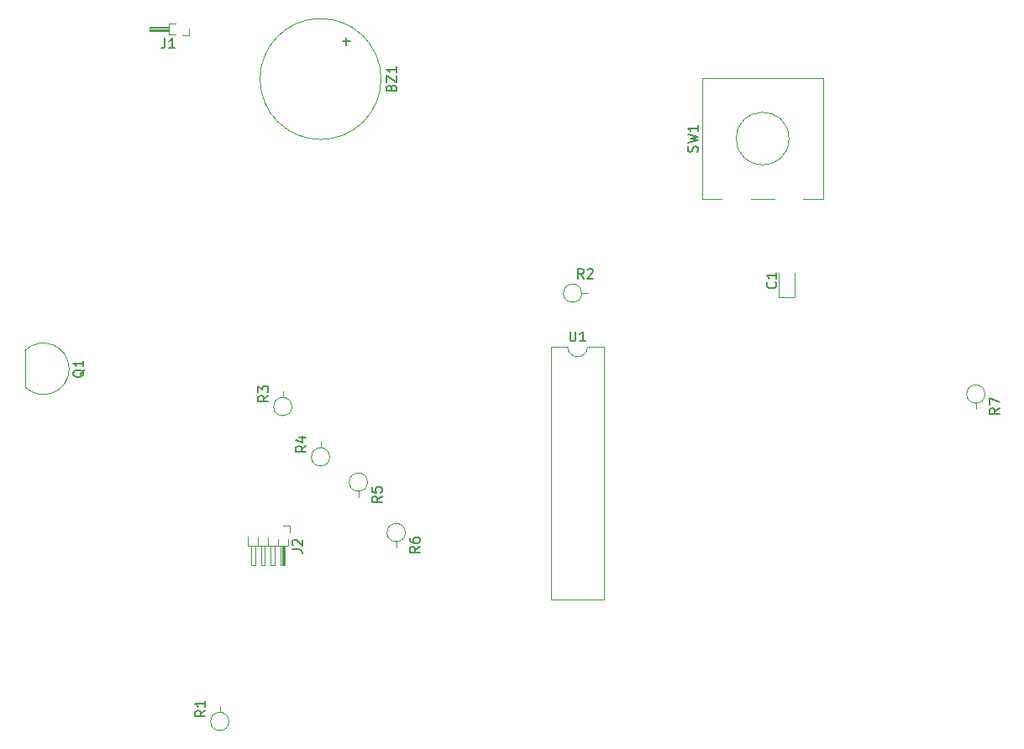
<source format=gbr>
%TF.GenerationSoftware,KiCad,Pcbnew,(5.1.12)-1*%
%TF.CreationDate,2022-11-24T21:41:11-03:00*%
%TF.ProjectId,LED_tree,4c45445f-7472-4656-952e-6b696361645f,rev?*%
%TF.SameCoordinates,Original*%
%TF.FileFunction,Legend,Top*%
%TF.FilePolarity,Positive*%
%FSLAX46Y46*%
G04 Gerber Fmt 4.6, Leading zero omitted, Abs format (unit mm)*
G04 Created by KiCad (PCBNEW (5.1.12)-1) date 2022-11-24 21:41:11*
%MOMM*%
%LPD*%
G01*
G04 APERTURE LIST*
%ADD10C,0.120000*%
%ADD11C,0.150000*%
G04 APERTURE END LIST*
D10*
%TO.C,SW1*%
X146240000Y-48930000D02*
X148620000Y-48930000D01*
X153530000Y-48930000D02*
X151540000Y-48930000D01*
X153530000Y-36730000D02*
X153530000Y-48930000D01*
X141330000Y-36730000D02*
X153530000Y-36730000D01*
X141330000Y-48930000D02*
X141330000Y-36730000D01*
X143320000Y-48930000D02*
X141330000Y-48930000D01*
X150080000Y-42830000D02*
G75*
G03*
X150080000Y-42830000I-2650000J0D01*
G01*
%TO.C,J2*%
X99745000Y-81865000D02*
X99745000Y-82550000D01*
X99060000Y-81865000D02*
X99745000Y-81865000D01*
X95850000Y-85860000D02*
X95850000Y-83860000D01*
X96270000Y-85860000D02*
X95850000Y-85860000D01*
X96270000Y-83860000D02*
X96270000Y-85860000D01*
X96560000Y-83018215D02*
X96560000Y-83860000D01*
X96850000Y-85860000D02*
X96850000Y-83860000D01*
X97270000Y-85860000D02*
X96850000Y-85860000D01*
X97270000Y-83860000D02*
X97270000Y-85860000D01*
X97560000Y-83018215D02*
X97560000Y-83860000D01*
X97850000Y-85860000D02*
X97850000Y-83860000D01*
X98270000Y-85860000D02*
X97850000Y-85860000D01*
X98270000Y-83860000D02*
X98270000Y-85860000D01*
X98560000Y-83235000D02*
X98560000Y-83860000D01*
X98970000Y-83860000D02*
X98970000Y-85860000D01*
X99090000Y-83860000D02*
X99090000Y-85860000D01*
X99210000Y-83860000D02*
X99210000Y-85860000D01*
X98850000Y-85860000D02*
X98850000Y-83860000D01*
X99270000Y-85860000D02*
X98850000Y-85860000D01*
X99270000Y-83860000D02*
X99270000Y-85860000D01*
X95500000Y-83860000D02*
X95500000Y-82944493D01*
X99620000Y-83860000D02*
X95500000Y-83860000D01*
X99620000Y-83235000D02*
X99620000Y-83860000D01*
%TO.C,J1*%
X89585000Y-32435000D02*
X88900000Y-32435000D01*
X89585000Y-31750000D02*
X89585000Y-32435000D01*
X87590000Y-31660000D02*
X85590000Y-31660000D01*
X87590000Y-31780000D02*
X85590000Y-31780000D01*
X87590000Y-31900000D02*
X85590000Y-31900000D01*
X85590000Y-31540000D02*
X87590000Y-31540000D01*
X85590000Y-31960000D02*
X85590000Y-31540000D01*
X87590000Y-31960000D02*
X85590000Y-31960000D01*
X87590000Y-31190000D02*
X88215000Y-31190000D01*
X87590000Y-32310000D02*
X87590000Y-31190000D01*
X88215000Y-32310000D02*
X87590000Y-32310000D01*
%TO.C,U1*%
X127770000Y-63820000D02*
X126120000Y-63820000D01*
X126120000Y-63820000D02*
X126120000Y-89340000D01*
X126120000Y-89340000D02*
X131420000Y-89340000D01*
X131420000Y-89340000D02*
X131420000Y-63820000D01*
X131420000Y-63820000D02*
X129770000Y-63820000D01*
X129770000Y-63820000D02*
G75*
G02*
X127770000Y-63820000I-1000000J0D01*
G01*
%TO.C,R7*%
X169830000Y-68580000D02*
G75*
G03*
X169830000Y-68580000I-920000J0D01*
G01*
X168910000Y-69500000D02*
X168910000Y-70120000D01*
%TO.C,R6*%
X111410000Y-82550000D02*
G75*
G03*
X111410000Y-82550000I-920000J0D01*
G01*
X110490000Y-83470000D02*
X110490000Y-84090000D01*
%TO.C,R5*%
X107600000Y-77470000D02*
G75*
G03*
X107600000Y-77470000I-920000J0D01*
G01*
X106680000Y-78390000D02*
X106680000Y-79010000D01*
%TO.C,R4*%
X103790000Y-74930000D02*
G75*
G03*
X103790000Y-74930000I-920000J0D01*
G01*
X102870000Y-74010000D02*
X102870000Y-73390000D01*
%TO.C,R3*%
X99980000Y-69850000D02*
G75*
G03*
X99980000Y-69850000I-920000J0D01*
G01*
X99060000Y-68930000D02*
X99060000Y-68310000D01*
%TO.C,R2*%
X129190000Y-58420000D02*
G75*
G03*
X129190000Y-58420000I-920000J0D01*
G01*
X129190000Y-58420000D02*
X129810000Y-58420000D01*
%TO.C,R1*%
X93630000Y-101600000D02*
G75*
G03*
X93630000Y-101600000I-920000J0D01*
G01*
X92710000Y-100680000D02*
X92710000Y-100060000D01*
%TO.C,Q1*%
X73080000Y-64240000D02*
X73080000Y-67840000D01*
X73091522Y-67878478D02*
G75*
G03*
X77530000Y-66040000I1838478J1838478D01*
G01*
X73091522Y-64201522D02*
G75*
G02*
X77530000Y-66040000I1838478J-1838478D01*
G01*
%TO.C,C1*%
X149075000Y-56350000D02*
X149075000Y-58835000D01*
X149075000Y-58835000D02*
X150645000Y-58835000D01*
X150645000Y-58835000D02*
X150645000Y-56350000D01*
%TO.C,BZ1*%
X108970000Y-36820000D02*
G75*
G03*
X108970000Y-36820000I-6100000J0D01*
G01*
%TO.C,SW1*%
D11*
X140834761Y-44163333D02*
X140882380Y-44020476D01*
X140882380Y-43782380D01*
X140834761Y-43687142D01*
X140787142Y-43639523D01*
X140691904Y-43591904D01*
X140596666Y-43591904D01*
X140501428Y-43639523D01*
X140453809Y-43687142D01*
X140406190Y-43782380D01*
X140358571Y-43972857D01*
X140310952Y-44068095D01*
X140263333Y-44115714D01*
X140168095Y-44163333D01*
X140072857Y-44163333D01*
X139977619Y-44115714D01*
X139930000Y-44068095D01*
X139882380Y-43972857D01*
X139882380Y-43734761D01*
X139930000Y-43591904D01*
X139882380Y-43258571D02*
X140882380Y-43020476D01*
X140168095Y-42830000D01*
X140882380Y-42639523D01*
X139882380Y-42401428D01*
X140882380Y-41496666D02*
X140882380Y-42068095D01*
X140882380Y-41782380D02*
X139882380Y-41782380D01*
X140025238Y-41877619D01*
X140120476Y-41972857D01*
X140168095Y-42068095D01*
%TO.C,J2*%
X100012380Y-84258333D02*
X100726666Y-84258333D01*
X100869523Y-84305952D01*
X100964761Y-84401190D01*
X101012380Y-84544047D01*
X101012380Y-84639285D01*
X100107619Y-83829761D02*
X100060000Y-83782142D01*
X100012380Y-83686904D01*
X100012380Y-83448809D01*
X100060000Y-83353571D01*
X100107619Y-83305952D01*
X100202857Y-83258333D01*
X100298095Y-83258333D01*
X100440952Y-83305952D01*
X101012380Y-83877380D01*
X101012380Y-83258333D01*
%TO.C,J1*%
X87191666Y-32702380D02*
X87191666Y-33416666D01*
X87144047Y-33559523D01*
X87048809Y-33654761D01*
X86905952Y-33702380D01*
X86810714Y-33702380D01*
X88191666Y-33702380D02*
X87620238Y-33702380D01*
X87905952Y-33702380D02*
X87905952Y-32702380D01*
X87810714Y-32845238D01*
X87715476Y-32940476D01*
X87620238Y-32988095D01*
%TO.C,U1*%
X128008095Y-62272380D02*
X128008095Y-63081904D01*
X128055714Y-63177142D01*
X128103333Y-63224761D01*
X128198571Y-63272380D01*
X128389047Y-63272380D01*
X128484285Y-63224761D01*
X128531904Y-63177142D01*
X128579523Y-63081904D01*
X128579523Y-62272380D01*
X129579523Y-63272380D02*
X129008095Y-63272380D01*
X129293809Y-63272380D02*
X129293809Y-62272380D01*
X129198571Y-62415238D01*
X129103333Y-62510476D01*
X129008095Y-62558095D01*
%TO.C,R7*%
X171282380Y-70016666D02*
X170806190Y-70350000D01*
X171282380Y-70588095D02*
X170282380Y-70588095D01*
X170282380Y-70207142D01*
X170330000Y-70111904D01*
X170377619Y-70064285D01*
X170472857Y-70016666D01*
X170615714Y-70016666D01*
X170710952Y-70064285D01*
X170758571Y-70111904D01*
X170806190Y-70207142D01*
X170806190Y-70588095D01*
X170282380Y-69683333D02*
X170282380Y-69016666D01*
X171282380Y-69445238D01*
%TO.C,R6*%
X112862380Y-83986666D02*
X112386190Y-84320000D01*
X112862380Y-84558095D02*
X111862380Y-84558095D01*
X111862380Y-84177142D01*
X111910000Y-84081904D01*
X111957619Y-84034285D01*
X112052857Y-83986666D01*
X112195714Y-83986666D01*
X112290952Y-84034285D01*
X112338571Y-84081904D01*
X112386190Y-84177142D01*
X112386190Y-84558095D01*
X111862380Y-83129523D02*
X111862380Y-83320000D01*
X111910000Y-83415238D01*
X111957619Y-83462857D01*
X112100476Y-83558095D01*
X112290952Y-83605714D01*
X112671904Y-83605714D01*
X112767142Y-83558095D01*
X112814761Y-83510476D01*
X112862380Y-83415238D01*
X112862380Y-83224761D01*
X112814761Y-83129523D01*
X112767142Y-83081904D01*
X112671904Y-83034285D01*
X112433809Y-83034285D01*
X112338571Y-83081904D01*
X112290952Y-83129523D01*
X112243333Y-83224761D01*
X112243333Y-83415238D01*
X112290952Y-83510476D01*
X112338571Y-83558095D01*
X112433809Y-83605714D01*
%TO.C,R5*%
X109052380Y-78906666D02*
X108576190Y-79240000D01*
X109052380Y-79478095D02*
X108052380Y-79478095D01*
X108052380Y-79097142D01*
X108100000Y-79001904D01*
X108147619Y-78954285D01*
X108242857Y-78906666D01*
X108385714Y-78906666D01*
X108480952Y-78954285D01*
X108528571Y-79001904D01*
X108576190Y-79097142D01*
X108576190Y-79478095D01*
X108052380Y-78001904D02*
X108052380Y-78478095D01*
X108528571Y-78525714D01*
X108480952Y-78478095D01*
X108433333Y-78382857D01*
X108433333Y-78144761D01*
X108480952Y-78049523D01*
X108528571Y-78001904D01*
X108623809Y-77954285D01*
X108861904Y-77954285D01*
X108957142Y-78001904D01*
X109004761Y-78049523D01*
X109052380Y-78144761D01*
X109052380Y-78382857D01*
X109004761Y-78478095D01*
X108957142Y-78525714D01*
%TO.C,R4*%
X101402380Y-73826666D02*
X100926190Y-74160000D01*
X101402380Y-74398095D02*
X100402380Y-74398095D01*
X100402380Y-74017142D01*
X100450000Y-73921904D01*
X100497619Y-73874285D01*
X100592857Y-73826666D01*
X100735714Y-73826666D01*
X100830952Y-73874285D01*
X100878571Y-73921904D01*
X100926190Y-74017142D01*
X100926190Y-74398095D01*
X100735714Y-72969523D02*
X101402380Y-72969523D01*
X100354761Y-73207619D02*
X101069047Y-73445714D01*
X101069047Y-72826666D01*
%TO.C,R3*%
X97592380Y-68746666D02*
X97116190Y-69080000D01*
X97592380Y-69318095D02*
X96592380Y-69318095D01*
X96592380Y-68937142D01*
X96640000Y-68841904D01*
X96687619Y-68794285D01*
X96782857Y-68746666D01*
X96925714Y-68746666D01*
X97020952Y-68794285D01*
X97068571Y-68841904D01*
X97116190Y-68937142D01*
X97116190Y-69318095D01*
X96592380Y-68413333D02*
X96592380Y-67794285D01*
X96973333Y-68127619D01*
X96973333Y-67984761D01*
X97020952Y-67889523D01*
X97068571Y-67841904D01*
X97163809Y-67794285D01*
X97401904Y-67794285D01*
X97497142Y-67841904D01*
X97544761Y-67889523D01*
X97592380Y-67984761D01*
X97592380Y-68270476D01*
X97544761Y-68365714D01*
X97497142Y-68413333D01*
%TO.C,R2*%
X129373333Y-56952380D02*
X129040000Y-56476190D01*
X128801904Y-56952380D02*
X128801904Y-55952380D01*
X129182857Y-55952380D01*
X129278095Y-56000000D01*
X129325714Y-56047619D01*
X129373333Y-56142857D01*
X129373333Y-56285714D01*
X129325714Y-56380952D01*
X129278095Y-56428571D01*
X129182857Y-56476190D01*
X128801904Y-56476190D01*
X129754285Y-56047619D02*
X129801904Y-56000000D01*
X129897142Y-55952380D01*
X130135238Y-55952380D01*
X130230476Y-56000000D01*
X130278095Y-56047619D01*
X130325714Y-56142857D01*
X130325714Y-56238095D01*
X130278095Y-56380952D01*
X129706666Y-56952380D01*
X130325714Y-56952380D01*
%TO.C,R1*%
X91242380Y-100496666D02*
X90766190Y-100830000D01*
X91242380Y-101068095D02*
X90242380Y-101068095D01*
X90242380Y-100687142D01*
X90290000Y-100591904D01*
X90337619Y-100544285D01*
X90432857Y-100496666D01*
X90575714Y-100496666D01*
X90670952Y-100544285D01*
X90718571Y-100591904D01*
X90766190Y-100687142D01*
X90766190Y-101068095D01*
X91242380Y-99544285D02*
X91242380Y-100115714D01*
X91242380Y-99830000D02*
X90242380Y-99830000D01*
X90385238Y-99925238D01*
X90480476Y-100020476D01*
X90528095Y-100115714D01*
%TO.C,Q1*%
X79037619Y-66135238D02*
X78990000Y-66230476D01*
X78894761Y-66325714D01*
X78751904Y-66468571D01*
X78704285Y-66563809D01*
X78704285Y-66659047D01*
X78942380Y-66611428D02*
X78894761Y-66706666D01*
X78799523Y-66801904D01*
X78609047Y-66849523D01*
X78275714Y-66849523D01*
X78085238Y-66801904D01*
X77990000Y-66706666D01*
X77942380Y-66611428D01*
X77942380Y-66420952D01*
X77990000Y-66325714D01*
X78085238Y-66230476D01*
X78275714Y-66182857D01*
X78609047Y-66182857D01*
X78799523Y-66230476D01*
X78894761Y-66325714D01*
X78942380Y-66420952D01*
X78942380Y-66611428D01*
X78942380Y-65230476D02*
X78942380Y-65801904D01*
X78942380Y-65516190D02*
X77942380Y-65516190D01*
X78085238Y-65611428D01*
X78180476Y-65706666D01*
X78228095Y-65801904D01*
%TO.C,C1*%
X148737142Y-57316666D02*
X148784761Y-57364285D01*
X148832380Y-57507142D01*
X148832380Y-57602380D01*
X148784761Y-57745238D01*
X148689523Y-57840476D01*
X148594285Y-57888095D01*
X148403809Y-57935714D01*
X148260952Y-57935714D01*
X148070476Y-57888095D01*
X147975238Y-57840476D01*
X147880000Y-57745238D01*
X147832380Y-57602380D01*
X147832380Y-57507142D01*
X147880000Y-57364285D01*
X147927619Y-57316666D01*
X148832380Y-56364285D02*
X148832380Y-56935714D01*
X148832380Y-56650000D02*
X147832380Y-56650000D01*
X147975238Y-56745238D01*
X148070476Y-56840476D01*
X148118095Y-56935714D01*
%TO.C,BZ1*%
X109998571Y-37700952D02*
X110046190Y-37558095D01*
X110093809Y-37510476D01*
X110189047Y-37462857D01*
X110331904Y-37462857D01*
X110427142Y-37510476D01*
X110474761Y-37558095D01*
X110522380Y-37653333D01*
X110522380Y-38034285D01*
X109522380Y-38034285D01*
X109522380Y-37700952D01*
X109570000Y-37605714D01*
X109617619Y-37558095D01*
X109712857Y-37510476D01*
X109808095Y-37510476D01*
X109903333Y-37558095D01*
X109950952Y-37605714D01*
X109998571Y-37700952D01*
X109998571Y-38034285D01*
X109522380Y-37129523D02*
X109522380Y-36462857D01*
X110522380Y-37129523D01*
X110522380Y-36462857D01*
X110522380Y-35558095D02*
X110522380Y-36129523D01*
X110522380Y-35843809D02*
X109522380Y-35843809D01*
X109665238Y-35939047D01*
X109760476Y-36034285D01*
X109808095Y-36129523D01*
X105481428Y-33390952D02*
X105481428Y-32629047D01*
X105862380Y-33010000D02*
X105100476Y-33010000D01*
%TD*%
M02*

</source>
